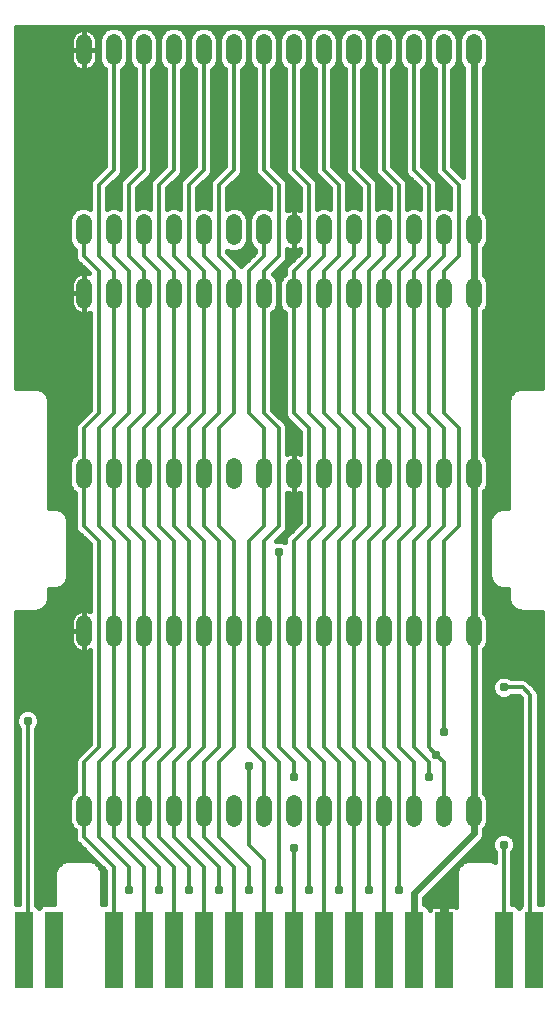
<source format=gtl>
G75*
%MOIN*%
%OFA0B0*%
%FSLAX24Y24*%
%IPPOS*%
%LPD*%
%AMOC8*
5,1,8,0,0,1.08239X$1,22.5*
%
%ADD10R,0.0600X0.2550*%
%ADD11C,0.0520*%
%ADD12C,0.0160*%
%ADD13C,0.0310*%
%ADD14C,0.0120*%
%ADD15C,0.0240*%
D10*
X000930Y003800D03*
X001930Y003800D03*
X003930Y003800D03*
X004930Y003800D03*
X005930Y003800D03*
X006930Y003800D03*
X007930Y003800D03*
X008930Y003800D03*
X009930Y003800D03*
X010930Y003800D03*
X011930Y003800D03*
X012930Y003800D03*
X013930Y003800D03*
X014930Y003800D03*
X016930Y003800D03*
X017930Y003800D03*
D11*
X015930Y008165D02*
X015930Y008685D01*
X014930Y008685D02*
X014930Y008165D01*
X013930Y008165D02*
X013930Y008685D01*
X012930Y008685D02*
X012930Y008165D01*
X011930Y008165D02*
X011930Y008685D01*
X010930Y008685D02*
X010930Y008165D01*
X009930Y008165D02*
X009930Y008685D01*
X008930Y008685D02*
X008930Y008165D01*
X007930Y008165D02*
X007930Y008685D01*
X006930Y008685D02*
X006930Y008165D01*
X005930Y008165D02*
X005930Y008685D01*
X004930Y008685D02*
X004930Y008165D01*
X003930Y008165D02*
X003930Y008685D01*
X002930Y008685D02*
X002930Y008165D01*
X002930Y014165D02*
X002930Y014685D01*
X003930Y014685D02*
X003930Y014165D01*
X004930Y014165D02*
X004930Y014685D01*
X005930Y014685D02*
X005930Y014165D01*
X006930Y014165D02*
X006930Y014685D01*
X007930Y014685D02*
X007930Y014165D01*
X008930Y014165D02*
X008930Y014685D01*
X009930Y014685D02*
X009930Y014165D01*
X010930Y014165D02*
X010930Y014685D01*
X011930Y014685D02*
X011930Y014165D01*
X012930Y014165D02*
X012930Y014685D01*
X013930Y014685D02*
X013930Y014165D01*
X014930Y014165D02*
X014930Y014685D01*
X015930Y014685D02*
X015930Y014165D01*
X015930Y019415D02*
X015930Y019935D01*
X014930Y019935D02*
X014930Y019415D01*
X013930Y019415D02*
X013930Y019935D01*
X012930Y019935D02*
X012930Y019415D01*
X011930Y019415D02*
X011930Y019935D01*
X010930Y019935D02*
X010930Y019415D01*
X009930Y019415D02*
X009930Y019935D01*
X008930Y019935D02*
X008930Y019415D01*
X007930Y019415D02*
X007930Y019935D01*
X006930Y019935D02*
X006930Y019415D01*
X005930Y019415D02*
X005930Y019935D01*
X004930Y019935D02*
X004930Y019415D01*
X003930Y019415D02*
X003930Y019935D01*
X002930Y019935D02*
X002930Y019415D01*
X002930Y025415D02*
X002930Y025935D01*
X003930Y025935D02*
X003930Y025415D01*
X004930Y025415D02*
X004930Y025935D01*
X004930Y027540D02*
X004930Y028060D01*
X003930Y028060D02*
X003930Y027540D01*
X002930Y027540D02*
X002930Y028060D01*
X005930Y028060D02*
X005930Y027540D01*
X006930Y027540D02*
X006930Y028060D01*
X007930Y028060D02*
X007930Y027540D01*
X007930Y025935D02*
X007930Y025415D01*
X006930Y025415D02*
X006930Y025935D01*
X005930Y025935D02*
X005930Y025415D01*
X008930Y025415D02*
X008930Y025935D01*
X009930Y025935D02*
X009930Y025415D01*
X010930Y025415D02*
X010930Y025935D01*
X011930Y025935D02*
X011930Y025415D01*
X012930Y025415D02*
X012930Y025935D01*
X013930Y025935D02*
X013930Y025415D01*
X014930Y025415D02*
X014930Y025935D01*
X015930Y025935D02*
X015930Y025415D01*
X015930Y027540D02*
X015930Y028060D01*
X014930Y028060D02*
X014930Y027540D01*
X013930Y027540D02*
X013930Y028060D01*
X012930Y028060D02*
X012930Y027540D01*
X011930Y027540D02*
X011930Y028060D01*
X010930Y028060D02*
X010930Y027540D01*
X009930Y027540D02*
X009930Y028060D01*
X008930Y028060D02*
X008930Y027540D01*
X008930Y033540D02*
X008930Y034060D01*
X009930Y034060D02*
X009930Y033540D01*
X010930Y033540D02*
X010930Y034060D01*
X011930Y034060D02*
X011930Y033540D01*
X012930Y033540D02*
X012930Y034060D01*
X013930Y034060D02*
X013930Y033540D01*
X014930Y033540D02*
X014930Y034060D01*
X015930Y034060D02*
X015930Y033540D01*
X007930Y033540D02*
X007930Y034060D01*
X006930Y034060D02*
X006930Y033540D01*
X005930Y033540D02*
X005930Y034060D01*
X004930Y034060D02*
X004930Y033540D01*
X003930Y033540D02*
X003930Y034060D01*
X002930Y034060D02*
X002930Y033540D01*
D12*
X002930Y033616D02*
X002930Y033616D01*
X002930Y033458D02*
X002930Y033458D01*
X002930Y033299D02*
X002930Y033299D01*
X002930Y033141D02*
X002930Y033141D01*
X002930Y033100D02*
X002965Y033100D01*
X003033Y033111D01*
X003099Y033132D01*
X003161Y033164D01*
X003217Y033204D01*
X003266Y033253D01*
X003306Y033309D01*
X003338Y033371D01*
X003359Y033437D01*
X003370Y033505D01*
X003370Y033800D01*
X003370Y034095D01*
X003359Y034163D01*
X003338Y034229D01*
X003306Y034291D01*
X003266Y034347D01*
X003217Y034396D01*
X003161Y034436D01*
X003099Y034468D01*
X003033Y034489D01*
X002965Y034500D01*
X002930Y034500D01*
X002930Y033800D01*
X002930Y033800D01*
X003370Y033800D01*
X002930Y033800D01*
X002930Y033800D01*
X002930Y033800D01*
X002490Y033800D01*
X002490Y034095D01*
X002501Y034163D01*
X002522Y034229D01*
X002554Y034291D01*
X002594Y034347D01*
X002643Y034396D01*
X002699Y034436D01*
X002761Y034468D01*
X002827Y034489D01*
X002895Y034500D01*
X002930Y034500D01*
X002930Y033800D01*
X002930Y033100D01*
X002930Y033800D01*
X002930Y033800D01*
X002490Y033800D01*
X002490Y033505D01*
X002501Y033437D01*
X002522Y033371D01*
X002554Y033309D01*
X002594Y033253D01*
X002643Y033204D01*
X002699Y033164D01*
X002761Y033132D01*
X002827Y033111D01*
X002895Y033100D01*
X002930Y033100D01*
X003115Y033141D02*
X003636Y033141D01*
X003640Y033137D02*
X003640Y029920D01*
X003266Y029546D01*
X003184Y029464D01*
X003140Y029358D01*
X003140Y028503D01*
X003027Y028550D01*
X002833Y028550D01*
X002652Y028475D01*
X002515Y028338D01*
X002440Y028157D01*
X002440Y027443D01*
X002515Y027262D01*
X002640Y027137D01*
X002640Y026867D01*
X002684Y026761D01*
X003105Y026339D01*
X003099Y026343D01*
X003033Y026364D01*
X002965Y026375D01*
X002930Y026375D01*
X002930Y025675D01*
X002930Y025675D01*
X002930Y024975D01*
X002965Y024975D01*
X003033Y024986D01*
X003099Y025007D01*
X003140Y025028D01*
X003140Y021795D01*
X002766Y021421D01*
X002684Y021339D01*
X002640Y021233D01*
X002640Y020338D01*
X002515Y020213D01*
X002440Y020032D01*
X002440Y019318D01*
X002515Y019137D01*
X002640Y019012D01*
X002640Y017867D01*
X002684Y017761D01*
X003140Y017305D01*
X003140Y015072D01*
X003099Y015093D01*
X003033Y015114D01*
X002965Y015125D01*
X002930Y015125D01*
X002930Y014425D01*
X002930Y014425D01*
X002930Y013725D01*
X002965Y013725D01*
X003033Y013736D01*
X003099Y013757D01*
X003140Y013778D01*
X003140Y010670D01*
X002766Y010296D01*
X002684Y010214D01*
X002640Y010108D01*
X002640Y009088D01*
X002515Y008963D01*
X002440Y008782D01*
X002440Y008068D01*
X002515Y007887D01*
X002640Y007762D01*
X002640Y007492D01*
X002684Y007386D01*
X002766Y007304D01*
X003640Y006430D01*
X003640Y005305D01*
X003535Y005305D01*
X003535Y006395D01*
X003462Y006572D01*
X003327Y006707D01*
X003150Y006780D01*
X002335Y006780D01*
X002158Y006707D01*
X002023Y006572D01*
X001950Y006395D01*
X001950Y005305D01*
X001535Y005305D01*
X001430Y005200D01*
X001345Y005285D01*
X001345Y011171D01*
X001381Y011207D01*
X001440Y011348D01*
X001440Y011502D01*
X001381Y011643D01*
X001273Y011751D01*
X001132Y011810D01*
X000978Y011810D01*
X000837Y011751D01*
X000729Y011643D01*
X000670Y011502D01*
X000670Y011348D01*
X000729Y011207D01*
X000765Y011171D01*
X000765Y005305D01*
X000660Y005305D01*
X000660Y015070D01*
X001400Y015070D01*
X001577Y015143D01*
X001712Y015278D01*
X001785Y015455D01*
X001785Y015820D01*
X002025Y015820D01*
X002202Y015893D01*
X002337Y016028D01*
X002410Y016205D01*
X002410Y018145D01*
X002337Y018322D01*
X002202Y018457D01*
X002025Y018530D01*
X001785Y018530D01*
X001785Y022145D01*
X001712Y022322D01*
X001577Y022457D01*
X001400Y022530D01*
X000660Y022530D01*
X000660Y034570D01*
X018200Y034570D01*
X018200Y022530D01*
X017460Y022530D01*
X017283Y022457D01*
X017148Y022322D01*
X017075Y022145D01*
X017075Y018530D01*
X016835Y018530D01*
X016658Y018457D01*
X016523Y018322D01*
X016450Y018145D01*
X016450Y016205D01*
X016523Y016028D01*
X016658Y015893D01*
X016835Y015820D01*
X017075Y015820D01*
X017075Y015455D01*
X017148Y015278D01*
X017283Y015143D01*
X017460Y015070D01*
X018200Y015070D01*
X018200Y005305D01*
X018095Y005305D01*
X018095Y012358D01*
X018051Y012464D01*
X017969Y012546D01*
X017719Y012796D01*
X017613Y012840D01*
X017184Y012840D01*
X017148Y012876D01*
X017007Y012935D01*
X016853Y012935D01*
X016712Y012876D01*
X016604Y012768D01*
X016545Y012627D01*
X016545Y012473D01*
X016604Y012332D01*
X016712Y012224D01*
X016853Y012165D01*
X017007Y012165D01*
X017148Y012224D01*
X017184Y012260D01*
X017435Y012260D01*
X017515Y012180D01*
X017515Y005285D01*
X017430Y005200D01*
X017325Y005305D01*
X017220Y005305D01*
X017220Y007046D01*
X017256Y007082D01*
X017315Y007223D01*
X017315Y007377D01*
X017256Y007518D01*
X017148Y007626D01*
X017007Y007685D01*
X016853Y007685D01*
X016712Y007626D01*
X016604Y007518D01*
X016545Y007377D01*
X016545Y007223D01*
X016604Y007082D01*
X016640Y007046D01*
X016640Y006733D01*
X016525Y006780D01*
X015710Y006780D01*
X015533Y006707D01*
X015398Y006572D01*
X015325Y006395D01*
X015325Y005228D01*
X015299Y005243D01*
X015254Y005255D01*
X015000Y005255D01*
X015000Y004800D01*
X014860Y004800D01*
X014860Y005255D01*
X014606Y005255D01*
X014561Y005243D01*
X014519Y005219D01*
X014486Y005186D01*
X014462Y005144D01*
X014460Y005136D01*
X014460Y005170D01*
X014325Y005305D01*
X014280Y005305D01*
X014280Y005530D01*
X016128Y007378D01*
X016128Y007378D01*
X016227Y007477D01*
X016280Y007605D01*
X016280Y007822D01*
X016345Y007887D01*
X016420Y008068D01*
X016420Y008782D01*
X016345Y008963D01*
X016280Y009028D01*
X016280Y013822D01*
X016345Y013887D01*
X016420Y014068D01*
X016420Y014782D01*
X016345Y014963D01*
X016280Y015028D01*
X016280Y019072D01*
X016345Y019137D01*
X016420Y019318D01*
X016420Y020032D01*
X016345Y020213D01*
X016280Y020278D01*
X016280Y025072D01*
X016345Y025137D01*
X016420Y025318D01*
X016420Y026032D01*
X016345Y026213D01*
X016280Y026278D01*
X016280Y027197D01*
X016345Y027262D01*
X016420Y027443D01*
X016420Y028157D01*
X016345Y028338D01*
X016280Y028403D01*
X016280Y033197D01*
X016345Y033262D01*
X016420Y033443D01*
X016420Y034157D01*
X016345Y034338D01*
X016208Y034475D01*
X016027Y034550D01*
X015833Y034550D01*
X015652Y034475D01*
X015515Y034338D01*
X015440Y034157D01*
X015440Y033443D01*
X015515Y033262D01*
X015580Y033197D01*
X015580Y029560D01*
X015220Y029920D01*
X015220Y033137D01*
X015345Y033262D01*
X015420Y033443D01*
X015420Y034157D01*
X015345Y034338D01*
X015208Y034475D01*
X015027Y034550D01*
X014833Y034550D01*
X014652Y034475D01*
X014515Y034338D01*
X014440Y034157D01*
X014440Y033443D01*
X014515Y033262D01*
X014640Y033137D01*
X014640Y029742D01*
X014684Y029636D01*
X014766Y029554D01*
X015140Y029180D01*
X015140Y028503D01*
X015027Y028550D01*
X014833Y028550D01*
X014720Y028503D01*
X014720Y029358D01*
X014676Y029464D01*
X014220Y029920D01*
X014220Y033137D01*
X014345Y033262D01*
X014420Y033443D01*
X014420Y034157D01*
X014345Y034338D01*
X014208Y034475D01*
X014027Y034550D01*
X013833Y034550D01*
X013652Y034475D01*
X013515Y034338D01*
X013440Y034157D01*
X013440Y033443D01*
X013515Y033262D01*
X013640Y033137D01*
X013640Y029742D01*
X013684Y029636D01*
X014140Y029180D01*
X014140Y028503D01*
X014027Y028550D01*
X013833Y028550D01*
X013720Y028503D01*
X013720Y029358D01*
X013676Y029464D01*
X013220Y029920D01*
X013220Y033137D01*
X013345Y033262D01*
X013420Y033443D01*
X013420Y034157D01*
X013345Y034338D01*
X013208Y034475D01*
X013027Y034550D01*
X012833Y034550D01*
X012652Y034475D01*
X012515Y034338D01*
X012440Y034157D01*
X012440Y033443D01*
X012515Y033262D01*
X012640Y033137D01*
X012640Y029742D01*
X012684Y029636D01*
X012766Y029554D01*
X013140Y029180D01*
X013140Y028503D01*
X013027Y028550D01*
X012833Y028550D01*
X012720Y028503D01*
X012720Y029358D01*
X012676Y029464D01*
X012220Y029920D01*
X012220Y033137D01*
X012345Y033262D01*
X012420Y033443D01*
X012420Y034157D01*
X012345Y034338D01*
X012208Y034475D01*
X012027Y034550D01*
X011833Y034550D01*
X011652Y034475D01*
X011515Y034338D01*
X011440Y034157D01*
X011440Y033443D01*
X011515Y033262D01*
X011640Y033137D01*
X011640Y029742D01*
X011684Y029636D01*
X011766Y029554D01*
X012140Y029180D01*
X012140Y028503D01*
X012027Y028550D01*
X011833Y028550D01*
X011720Y028503D01*
X011720Y029358D01*
X011676Y029464D01*
X011220Y029920D01*
X011220Y033137D01*
X011345Y033262D01*
X011420Y033443D01*
X011420Y034157D01*
X011345Y034338D01*
X011208Y034475D01*
X011027Y034550D01*
X010833Y034550D01*
X010652Y034475D01*
X010515Y034338D01*
X010440Y034157D01*
X010440Y033443D01*
X010515Y033262D01*
X010640Y033137D01*
X010640Y029742D01*
X010684Y029636D01*
X010766Y029554D01*
X011140Y029180D01*
X011140Y028503D01*
X011027Y028550D01*
X010833Y028550D01*
X010720Y028503D01*
X010720Y029358D01*
X010676Y029464D01*
X010220Y029920D01*
X010220Y033137D01*
X010345Y033262D01*
X010420Y033443D01*
X010420Y034157D01*
X010345Y034338D01*
X010208Y034475D01*
X010027Y034550D01*
X009833Y034550D01*
X009652Y034475D01*
X009515Y034338D01*
X009440Y034157D01*
X009440Y033443D01*
X009515Y033262D01*
X009640Y033137D01*
X009640Y029742D01*
X009684Y029636D01*
X009766Y029554D01*
X010140Y029180D01*
X010140Y028447D01*
X010099Y028468D01*
X010033Y028489D01*
X009965Y028500D01*
X009930Y028500D01*
X009930Y027800D01*
X009930Y027800D01*
X009930Y027100D01*
X009965Y027100D01*
X010033Y027111D01*
X010099Y027132D01*
X010140Y027153D01*
X010140Y027045D01*
X009684Y026589D01*
X009640Y026483D01*
X009640Y026338D01*
X009515Y026213D01*
X009440Y026032D01*
X009440Y025318D01*
X009515Y025137D01*
X009640Y025012D01*
X009640Y021617D01*
X009684Y021511D01*
X009766Y021429D01*
X010140Y021055D01*
X010140Y020322D01*
X010099Y020343D01*
X010033Y020364D01*
X009965Y020375D01*
X009930Y020375D01*
X009930Y019675D01*
X009930Y019675D01*
X009930Y020375D01*
X009895Y020375D01*
X009827Y020364D01*
X009761Y020343D01*
X009720Y020322D01*
X009720Y021233D01*
X009676Y021339D01*
X009220Y021795D01*
X009220Y025012D01*
X009345Y025137D01*
X009420Y025318D01*
X009420Y026032D01*
X009345Y026213D01*
X009237Y026321D01*
X009594Y026679D01*
X009676Y026761D01*
X009720Y026867D01*
X009720Y027153D01*
X009761Y027132D01*
X009827Y027111D01*
X009895Y027100D01*
X009930Y027100D01*
X009930Y027800D01*
X009930Y027800D01*
X009930Y028500D01*
X009895Y028500D01*
X009827Y028489D01*
X009761Y028468D01*
X009720Y028447D01*
X009720Y029358D01*
X009676Y029464D01*
X009220Y029920D01*
X009220Y033137D01*
X009345Y033262D01*
X009420Y033443D01*
X009420Y034157D01*
X009345Y034338D01*
X009208Y034475D01*
X009027Y034550D01*
X008833Y034550D01*
X008652Y034475D01*
X008515Y034338D01*
X008440Y034157D01*
X008440Y033443D01*
X008515Y033262D01*
X008640Y033137D01*
X008640Y029742D01*
X008684Y029636D01*
X008766Y029554D01*
X009140Y029180D01*
X009140Y028503D01*
X009027Y028550D01*
X008833Y028550D01*
X008652Y028475D01*
X008515Y028338D01*
X008440Y028157D01*
X008440Y027443D01*
X008515Y027262D01*
X008640Y027137D01*
X008640Y027045D01*
X008184Y026589D01*
X008180Y026579D01*
X008176Y026589D01*
X007720Y027045D01*
X007720Y027097D01*
X007833Y027050D01*
X008027Y027050D01*
X008208Y027125D01*
X008345Y027262D01*
X008420Y027443D01*
X008420Y028157D01*
X008345Y028338D01*
X008208Y028475D01*
X008027Y028550D01*
X007833Y028550D01*
X007720Y028503D01*
X007720Y029180D01*
X008094Y029554D01*
X008094Y029554D01*
X008176Y029636D01*
X008220Y029742D01*
X008220Y033137D01*
X008345Y033262D01*
X008420Y033443D01*
X008420Y034157D01*
X008345Y034338D01*
X008208Y034475D01*
X008027Y034550D01*
X007833Y034550D01*
X007652Y034475D01*
X007515Y034338D01*
X007440Y034157D01*
X007440Y033443D01*
X007515Y033262D01*
X007640Y033137D01*
X007640Y029920D01*
X007184Y029464D01*
X007140Y029358D01*
X007140Y028503D01*
X007027Y028550D01*
X006833Y028550D01*
X006720Y028503D01*
X006720Y029180D01*
X007176Y029636D01*
X007220Y029742D01*
X007220Y033137D01*
X007345Y033262D01*
X007420Y033443D01*
X007420Y034157D01*
X007345Y034338D01*
X007208Y034475D01*
X007027Y034550D01*
X006833Y034550D01*
X006652Y034475D01*
X006515Y034338D01*
X006440Y034157D01*
X006440Y033443D01*
X006515Y033262D01*
X006640Y033137D01*
X006640Y029920D01*
X006266Y029546D01*
X006184Y029464D01*
X006140Y029358D01*
X006140Y028503D01*
X006027Y028550D01*
X005833Y028550D01*
X005720Y028503D01*
X005720Y029180D01*
X006094Y029554D01*
X006176Y029636D01*
X006220Y029742D01*
X006220Y033137D01*
X006345Y033262D01*
X006420Y033443D01*
X006420Y034157D01*
X006345Y034338D01*
X006208Y034475D01*
X006027Y034550D01*
X005833Y034550D01*
X005652Y034475D01*
X005515Y034338D01*
X005440Y034157D01*
X005440Y033443D01*
X005515Y033262D01*
X005640Y033137D01*
X005640Y029920D01*
X005184Y029464D01*
X005140Y029358D01*
X005140Y028503D01*
X005027Y028550D01*
X004833Y028550D01*
X004720Y028503D01*
X004720Y029180D01*
X005094Y029554D01*
X005176Y029636D01*
X005220Y029742D01*
X005220Y033137D01*
X005345Y033262D01*
X005420Y033443D01*
X005420Y034157D01*
X005345Y034338D01*
X005208Y034475D01*
X005027Y034550D01*
X004833Y034550D01*
X004652Y034475D01*
X004515Y034338D01*
X004440Y034157D01*
X004440Y033443D01*
X004515Y033262D01*
X004640Y033137D01*
X004640Y029920D01*
X004184Y029464D01*
X004140Y029358D01*
X004140Y028503D01*
X004027Y028550D01*
X003833Y028550D01*
X003720Y028503D01*
X003720Y029180D01*
X004176Y029636D01*
X004220Y029742D01*
X004220Y033137D01*
X004345Y033262D01*
X004420Y033443D01*
X004420Y034157D01*
X004345Y034338D01*
X004208Y034475D01*
X004027Y034550D01*
X003833Y034550D01*
X003652Y034475D01*
X003515Y034338D01*
X003440Y034157D01*
X003440Y033443D01*
X003515Y033262D01*
X003640Y033137D01*
X003640Y032982D02*
X000660Y032982D01*
X000660Y032824D02*
X003640Y032824D01*
X003640Y032665D02*
X000660Y032665D01*
X000660Y032507D02*
X003640Y032507D01*
X003640Y032348D02*
X000660Y032348D01*
X000660Y032190D02*
X003640Y032190D01*
X003640Y032031D02*
X000660Y032031D01*
X000660Y031873D02*
X003640Y031873D01*
X003640Y031714D02*
X000660Y031714D01*
X000660Y031556D02*
X003640Y031556D01*
X003640Y031397D02*
X000660Y031397D01*
X000660Y031239D02*
X003640Y031239D01*
X003640Y031080D02*
X000660Y031080D01*
X000660Y030922D02*
X003640Y030922D01*
X003640Y030763D02*
X000660Y030763D01*
X000660Y030605D02*
X003640Y030605D01*
X003640Y030446D02*
X000660Y030446D01*
X000660Y030288D02*
X003640Y030288D01*
X003640Y030129D02*
X000660Y030129D01*
X000660Y029971D02*
X003640Y029971D01*
X003532Y029812D02*
X000660Y029812D01*
X000660Y029654D02*
X003373Y029654D01*
X003215Y029495D02*
X000660Y029495D01*
X000660Y029337D02*
X003140Y029337D01*
X003140Y029178D02*
X000660Y029178D01*
X000660Y029020D02*
X003140Y029020D01*
X003140Y028861D02*
X000660Y028861D01*
X000660Y028703D02*
X003140Y028703D01*
X003140Y028544D02*
X003042Y028544D01*
X002818Y028544D02*
X000660Y028544D01*
X000660Y028386D02*
X002563Y028386D01*
X002469Y028227D02*
X000660Y028227D01*
X000660Y028069D02*
X002440Y028069D01*
X002440Y027910D02*
X000660Y027910D01*
X000660Y027752D02*
X002440Y027752D01*
X002440Y027593D02*
X000660Y027593D01*
X000660Y027435D02*
X002443Y027435D01*
X002509Y027276D02*
X000660Y027276D01*
X000660Y027118D02*
X002640Y027118D01*
X002640Y026959D02*
X000660Y026959D01*
X000660Y026801D02*
X002668Y026801D01*
X002803Y026642D02*
X000660Y026642D01*
X000660Y026484D02*
X002961Y026484D01*
X002930Y026375D02*
X002895Y026375D01*
X002827Y026364D01*
X002761Y026343D01*
X002699Y026311D01*
X002643Y026271D01*
X002594Y026222D01*
X002554Y026166D01*
X002522Y026104D01*
X002501Y026038D01*
X002490Y025970D01*
X002490Y025675D01*
X002930Y025675D01*
X002930Y025675D01*
X002930Y025675D01*
X002930Y026375D01*
X002930Y026325D02*
X002930Y026325D01*
X002930Y026167D02*
X002930Y026167D01*
X002930Y026008D02*
X002930Y026008D01*
X002930Y025850D02*
X002930Y025850D01*
X002930Y025691D02*
X002930Y025691D01*
X002930Y025675D02*
X002490Y025675D01*
X002490Y025380D01*
X002501Y025312D01*
X002522Y025246D01*
X002554Y025184D01*
X002594Y025128D01*
X002643Y025079D01*
X002699Y025039D01*
X002761Y025007D01*
X002827Y024986D01*
X002895Y024975D01*
X002930Y024975D01*
X002930Y025675D01*
X002930Y025533D02*
X002930Y025533D01*
X002930Y025374D02*
X002930Y025374D01*
X002930Y025216D02*
X002930Y025216D01*
X002930Y025057D02*
X002930Y025057D01*
X002674Y025057D02*
X000660Y025057D01*
X000660Y024899D02*
X003140Y024899D01*
X003140Y024740D02*
X000660Y024740D01*
X000660Y024582D02*
X003140Y024582D01*
X003140Y024423D02*
X000660Y024423D01*
X000660Y024265D02*
X003140Y024265D01*
X003140Y024106D02*
X000660Y024106D01*
X000660Y023948D02*
X003140Y023948D01*
X003140Y023789D02*
X000660Y023789D01*
X000660Y023631D02*
X003140Y023631D01*
X003140Y023472D02*
X000660Y023472D01*
X000660Y023314D02*
X003140Y023314D01*
X003140Y023155D02*
X000660Y023155D01*
X000660Y022997D02*
X003140Y022997D01*
X003140Y022838D02*
X000660Y022838D01*
X000660Y022680D02*
X003140Y022680D01*
X003140Y022521D02*
X001422Y022521D01*
X001671Y022363D02*
X003140Y022363D01*
X003140Y022204D02*
X001761Y022204D01*
X001785Y022046D02*
X003140Y022046D01*
X003140Y021887D02*
X001785Y021887D01*
X001785Y021729D02*
X003073Y021729D01*
X002915Y021570D02*
X001785Y021570D01*
X001785Y021412D02*
X002756Y021412D01*
X002648Y021253D02*
X001785Y021253D01*
X001785Y021095D02*
X002640Y021095D01*
X002640Y020936D02*
X001785Y020936D01*
X001785Y020778D02*
X002640Y020778D01*
X002640Y020619D02*
X001785Y020619D01*
X001785Y020461D02*
X002640Y020461D01*
X002604Y020302D02*
X001785Y020302D01*
X001785Y020144D02*
X002486Y020144D01*
X002440Y019985D02*
X001785Y019985D01*
X001785Y019827D02*
X002440Y019827D01*
X002440Y019668D02*
X001785Y019668D01*
X001785Y019510D02*
X002440Y019510D01*
X002440Y019351D02*
X001785Y019351D01*
X001785Y019193D02*
X002492Y019193D01*
X002618Y019034D02*
X001785Y019034D01*
X001785Y018876D02*
X002640Y018876D01*
X002640Y018717D02*
X001785Y018717D01*
X001785Y018559D02*
X002640Y018559D01*
X002640Y018400D02*
X002259Y018400D01*
X002370Y018242D02*
X002640Y018242D01*
X002640Y018083D02*
X002410Y018083D01*
X002410Y017925D02*
X002640Y017925D01*
X002682Y017766D02*
X002410Y017766D01*
X002410Y017608D02*
X002837Y017608D01*
X002996Y017449D02*
X002410Y017449D01*
X002410Y017291D02*
X003140Y017291D01*
X003140Y017132D02*
X002410Y017132D01*
X002410Y016974D02*
X003140Y016974D01*
X003140Y016815D02*
X002410Y016815D01*
X002410Y016657D02*
X003140Y016657D01*
X003140Y016498D02*
X002410Y016498D01*
X002410Y016340D02*
X003140Y016340D01*
X003140Y016181D02*
X002400Y016181D01*
X002331Y016023D02*
X003140Y016023D01*
X003140Y015864D02*
X002132Y015864D01*
X001785Y015706D02*
X003140Y015706D01*
X003140Y015547D02*
X001785Y015547D01*
X001758Y015389D02*
X003140Y015389D01*
X003140Y015230D02*
X001664Y015230D01*
X001404Y015072D02*
X002719Y015072D01*
X002699Y015061D02*
X002643Y015021D01*
X002594Y014972D01*
X002554Y014916D01*
X002522Y014854D01*
X002501Y014788D01*
X002490Y014720D01*
X002490Y014425D01*
X002930Y014425D01*
X002930Y014425D01*
X002930Y014425D01*
X002930Y015125D01*
X002895Y015125D01*
X002827Y015114D01*
X002761Y015093D01*
X002699Y015061D01*
X002552Y014913D02*
X000660Y014913D01*
X000660Y014755D02*
X002496Y014755D01*
X002490Y014596D02*
X000660Y014596D01*
X000660Y014438D02*
X002490Y014438D01*
X002490Y014425D02*
X002490Y014130D01*
X002501Y014062D01*
X002522Y013996D01*
X002554Y013934D01*
X002594Y013878D01*
X002643Y013829D01*
X002699Y013789D01*
X002761Y013757D01*
X002827Y013736D01*
X002895Y013725D01*
X002930Y013725D01*
X002930Y014425D01*
X002490Y014425D01*
X002490Y014279D02*
X000660Y014279D01*
X000660Y014121D02*
X002492Y014121D01*
X002540Y013962D02*
X000660Y013962D01*
X000660Y013804D02*
X002679Y013804D01*
X002930Y013804D02*
X002930Y013804D01*
X002930Y013962D02*
X002930Y013962D01*
X002930Y014121D02*
X002930Y014121D01*
X002930Y014279D02*
X002930Y014279D01*
X002930Y014438D02*
X002930Y014438D01*
X002930Y014596D02*
X002930Y014596D01*
X002930Y014755D02*
X002930Y014755D01*
X002930Y014913D02*
X002930Y014913D01*
X002930Y015072D02*
X002930Y015072D01*
X003140Y013645D02*
X000660Y013645D01*
X000660Y013487D02*
X003140Y013487D01*
X003140Y013328D02*
X000660Y013328D01*
X000660Y013170D02*
X003140Y013170D01*
X003140Y013011D02*
X000660Y013011D01*
X000660Y012853D02*
X003140Y012853D01*
X003140Y012694D02*
X000660Y012694D01*
X000660Y012536D02*
X003140Y012536D01*
X003140Y012377D02*
X000660Y012377D01*
X000660Y012219D02*
X003140Y012219D01*
X003140Y012060D02*
X000660Y012060D01*
X000660Y011902D02*
X003140Y011902D01*
X003140Y011743D02*
X001281Y011743D01*
X001406Y011585D02*
X003140Y011585D01*
X003140Y011426D02*
X001440Y011426D01*
X001406Y011268D02*
X003140Y011268D01*
X003140Y011109D02*
X001345Y011109D01*
X001345Y010951D02*
X003140Y010951D01*
X003140Y010792D02*
X001345Y010792D01*
X001345Y010634D02*
X003103Y010634D01*
X002945Y010475D02*
X001345Y010475D01*
X001345Y010317D02*
X002786Y010317D01*
X002661Y010158D02*
X001345Y010158D01*
X001345Y010000D02*
X002640Y010000D01*
X002640Y009841D02*
X001345Y009841D01*
X001345Y009683D02*
X002640Y009683D01*
X002640Y009524D02*
X001345Y009524D01*
X001345Y009366D02*
X002640Y009366D01*
X002640Y009207D02*
X001345Y009207D01*
X001345Y009049D02*
X002601Y009049D01*
X002485Y008890D02*
X001345Y008890D01*
X001345Y008732D02*
X002440Y008732D01*
X002440Y008573D02*
X001345Y008573D01*
X001345Y008415D02*
X002440Y008415D01*
X002440Y008256D02*
X001345Y008256D01*
X001345Y008098D02*
X002440Y008098D01*
X002493Y007939D02*
X001345Y007939D01*
X001345Y007781D02*
X002622Y007781D01*
X002640Y007622D02*
X001345Y007622D01*
X001345Y007464D02*
X002652Y007464D01*
X002765Y007305D02*
X001345Y007305D01*
X001345Y007147D02*
X002923Y007147D01*
X003082Y006988D02*
X001345Y006988D01*
X001345Y006830D02*
X003240Y006830D01*
X003363Y006671D02*
X003399Y006671D01*
X003487Y006513D02*
X003557Y006513D01*
X003535Y006354D02*
X003640Y006354D01*
X003640Y006196D02*
X003535Y006196D01*
X003535Y006037D02*
X003640Y006037D01*
X003640Y005879D02*
X003535Y005879D01*
X003535Y005720D02*
X003640Y005720D01*
X003640Y005562D02*
X003535Y005562D01*
X003535Y005403D02*
X003640Y005403D01*
X002122Y006671D02*
X001345Y006671D01*
X001345Y006513D02*
X001998Y006513D01*
X001950Y006354D02*
X001345Y006354D01*
X001345Y006196D02*
X001950Y006196D01*
X001950Y006037D02*
X001345Y006037D01*
X001345Y005879D02*
X001950Y005879D01*
X001950Y005720D02*
X001345Y005720D01*
X001345Y005562D02*
X001950Y005562D01*
X001950Y005403D02*
X001345Y005403D01*
X001386Y005245D02*
X001474Y005245D01*
X000765Y005403D02*
X000660Y005403D01*
X000660Y005562D02*
X000765Y005562D01*
X000765Y005720D02*
X000660Y005720D01*
X000660Y005879D02*
X000765Y005879D01*
X000765Y006037D02*
X000660Y006037D01*
X000660Y006196D02*
X000765Y006196D01*
X000765Y006354D02*
X000660Y006354D01*
X000660Y006513D02*
X000765Y006513D01*
X000765Y006671D02*
X000660Y006671D01*
X000660Y006830D02*
X000765Y006830D01*
X000765Y006988D02*
X000660Y006988D01*
X000660Y007147D02*
X000765Y007147D01*
X000765Y007305D02*
X000660Y007305D01*
X000660Y007464D02*
X000765Y007464D01*
X000765Y007622D02*
X000660Y007622D01*
X000660Y007781D02*
X000765Y007781D01*
X000765Y007939D02*
X000660Y007939D01*
X000660Y008098D02*
X000765Y008098D01*
X000765Y008256D02*
X000660Y008256D01*
X000660Y008415D02*
X000765Y008415D01*
X000765Y008573D02*
X000660Y008573D01*
X000660Y008732D02*
X000765Y008732D01*
X000765Y008890D02*
X000660Y008890D01*
X000660Y009049D02*
X000765Y009049D01*
X000765Y009207D02*
X000660Y009207D01*
X000660Y009366D02*
X000765Y009366D01*
X000765Y009524D02*
X000660Y009524D01*
X000660Y009683D02*
X000765Y009683D01*
X000765Y009841D02*
X000660Y009841D01*
X000660Y010000D02*
X000765Y010000D01*
X000765Y010158D02*
X000660Y010158D01*
X000660Y010317D02*
X000765Y010317D01*
X000765Y010475D02*
X000660Y010475D01*
X000660Y010634D02*
X000765Y010634D01*
X000765Y010792D02*
X000660Y010792D01*
X000660Y010951D02*
X000765Y010951D01*
X000765Y011109D02*
X000660Y011109D01*
X000660Y011268D02*
X000704Y011268D01*
X000670Y011426D02*
X000660Y011426D01*
X000660Y011585D02*
X000704Y011585D01*
X000660Y011743D02*
X000829Y011743D01*
X000660Y025216D02*
X002538Y025216D01*
X002491Y025374D02*
X000660Y025374D01*
X000660Y025533D02*
X002490Y025533D01*
X002490Y025691D02*
X000660Y025691D01*
X000660Y025850D02*
X002490Y025850D01*
X002496Y026008D02*
X000660Y026008D01*
X000660Y026167D02*
X002554Y026167D01*
X002726Y026325D02*
X000660Y026325D01*
X003720Y028544D02*
X003818Y028544D01*
X003720Y028703D02*
X004140Y028703D01*
X004140Y028861D02*
X003720Y028861D01*
X003720Y029020D02*
X004140Y029020D01*
X004140Y029178D02*
X003720Y029178D01*
X003877Y029337D02*
X004140Y029337D01*
X004215Y029495D02*
X004035Y029495D01*
X004183Y029654D02*
X004373Y029654D01*
X004220Y029812D02*
X004532Y029812D01*
X004640Y029971D02*
X004220Y029971D01*
X004220Y030129D02*
X004640Y030129D01*
X004640Y030288D02*
X004220Y030288D01*
X004220Y030446D02*
X004640Y030446D01*
X004640Y030605D02*
X004220Y030605D01*
X004220Y030763D02*
X004640Y030763D01*
X004640Y030922D02*
X004220Y030922D01*
X004220Y031080D02*
X004640Y031080D01*
X004640Y031239D02*
X004220Y031239D01*
X004220Y031397D02*
X004640Y031397D01*
X004640Y031556D02*
X004220Y031556D01*
X004220Y031714D02*
X004640Y031714D01*
X004640Y031873D02*
X004220Y031873D01*
X004220Y032031D02*
X004640Y032031D01*
X004640Y032190D02*
X004220Y032190D01*
X004220Y032348D02*
X004640Y032348D01*
X004640Y032507D02*
X004220Y032507D01*
X004220Y032665D02*
X004640Y032665D01*
X004640Y032824D02*
X004220Y032824D01*
X004220Y032982D02*
X004640Y032982D01*
X004636Y033141D02*
X004224Y033141D01*
X004361Y033299D02*
X004499Y033299D01*
X004440Y033458D02*
X004420Y033458D01*
X004420Y033616D02*
X004440Y033616D01*
X004440Y033775D02*
X004420Y033775D01*
X004420Y033933D02*
X004440Y033933D01*
X004440Y034092D02*
X004420Y034092D01*
X004382Y034250D02*
X004478Y034250D01*
X004586Y034409D02*
X004274Y034409D01*
X003586Y034409D02*
X003199Y034409D01*
X003327Y034250D02*
X003478Y034250D01*
X003440Y034092D02*
X003370Y034092D01*
X003370Y033933D02*
X003440Y033933D01*
X003440Y033775D02*
X003370Y033775D01*
X003370Y033616D02*
X003440Y033616D01*
X003440Y033458D02*
X003362Y033458D01*
X003299Y033299D02*
X003499Y033299D01*
X002930Y033775D02*
X002930Y033775D01*
X002930Y033933D02*
X002930Y033933D01*
X002930Y034092D02*
X002930Y034092D01*
X002930Y034250D02*
X002930Y034250D01*
X002930Y034409D02*
X002930Y034409D01*
X002661Y034409D02*
X000660Y034409D01*
X000660Y034567D02*
X018200Y034567D01*
X018200Y034409D02*
X016274Y034409D01*
X016382Y034250D02*
X018200Y034250D01*
X018200Y034092D02*
X016420Y034092D01*
X016420Y033933D02*
X018200Y033933D01*
X018200Y033775D02*
X016420Y033775D01*
X016420Y033616D02*
X018200Y033616D01*
X018200Y033458D02*
X016420Y033458D01*
X016361Y033299D02*
X018200Y033299D01*
X018200Y033141D02*
X016280Y033141D01*
X016280Y032982D02*
X018200Y032982D01*
X018200Y032824D02*
X016280Y032824D01*
X016280Y032665D02*
X018200Y032665D01*
X018200Y032507D02*
X016280Y032507D01*
X016280Y032348D02*
X018200Y032348D01*
X018200Y032190D02*
X016280Y032190D01*
X016280Y032031D02*
X018200Y032031D01*
X018200Y031873D02*
X016280Y031873D01*
X016280Y031714D02*
X018200Y031714D01*
X018200Y031556D02*
X016280Y031556D01*
X016280Y031397D02*
X018200Y031397D01*
X018200Y031239D02*
X016280Y031239D01*
X016280Y031080D02*
X018200Y031080D01*
X018200Y030922D02*
X016280Y030922D01*
X016280Y030763D02*
X018200Y030763D01*
X018200Y030605D02*
X016280Y030605D01*
X016280Y030446D02*
X018200Y030446D01*
X018200Y030288D02*
X016280Y030288D01*
X016280Y030129D02*
X018200Y030129D01*
X018200Y029971D02*
X016280Y029971D01*
X016280Y029812D02*
X018200Y029812D01*
X018200Y029654D02*
X016280Y029654D01*
X016280Y029495D02*
X018200Y029495D01*
X018200Y029337D02*
X016280Y029337D01*
X016280Y029178D02*
X018200Y029178D01*
X018200Y029020D02*
X016280Y029020D01*
X016280Y028861D02*
X018200Y028861D01*
X018200Y028703D02*
X016280Y028703D01*
X016280Y028544D02*
X018200Y028544D01*
X018200Y028386D02*
X016297Y028386D01*
X016391Y028227D02*
X018200Y028227D01*
X018200Y028069D02*
X016420Y028069D01*
X016420Y027910D02*
X018200Y027910D01*
X018200Y027752D02*
X016420Y027752D01*
X016420Y027593D02*
X018200Y027593D01*
X018200Y027435D02*
X016417Y027435D01*
X016351Y027276D02*
X018200Y027276D01*
X018200Y027118D02*
X016280Y027118D01*
X016280Y026959D02*
X018200Y026959D01*
X018200Y026801D02*
X016280Y026801D01*
X016280Y026642D02*
X018200Y026642D01*
X018200Y026484D02*
X016280Y026484D01*
X016280Y026325D02*
X018200Y026325D01*
X018200Y026167D02*
X016364Y026167D01*
X016420Y026008D02*
X018200Y026008D01*
X018200Y025850D02*
X016420Y025850D01*
X016420Y025691D02*
X018200Y025691D01*
X018200Y025533D02*
X016420Y025533D01*
X016420Y025374D02*
X018200Y025374D01*
X018200Y025216D02*
X016378Y025216D01*
X016280Y025057D02*
X018200Y025057D01*
X018200Y024899D02*
X016280Y024899D01*
X016280Y024740D02*
X018200Y024740D01*
X018200Y024582D02*
X016280Y024582D01*
X016280Y024423D02*
X018200Y024423D01*
X018200Y024265D02*
X016280Y024265D01*
X016280Y024106D02*
X018200Y024106D01*
X018200Y023948D02*
X016280Y023948D01*
X016280Y023789D02*
X018200Y023789D01*
X018200Y023631D02*
X016280Y023631D01*
X016280Y023472D02*
X018200Y023472D01*
X018200Y023314D02*
X016280Y023314D01*
X016280Y023155D02*
X018200Y023155D01*
X018200Y022997D02*
X016280Y022997D01*
X016280Y022838D02*
X018200Y022838D01*
X018200Y022680D02*
X016280Y022680D01*
X016280Y022521D02*
X017438Y022521D01*
X017189Y022363D02*
X016280Y022363D01*
X016280Y022204D02*
X017099Y022204D01*
X017075Y022046D02*
X016280Y022046D01*
X016280Y021887D02*
X017075Y021887D01*
X017075Y021729D02*
X016280Y021729D01*
X016280Y021570D02*
X017075Y021570D01*
X017075Y021412D02*
X016280Y021412D01*
X016280Y021253D02*
X017075Y021253D01*
X017075Y021095D02*
X016280Y021095D01*
X016280Y020936D02*
X017075Y020936D01*
X017075Y020778D02*
X016280Y020778D01*
X016280Y020619D02*
X017075Y020619D01*
X017075Y020461D02*
X016280Y020461D01*
X016280Y020302D02*
X017075Y020302D01*
X017075Y020144D02*
X016374Y020144D01*
X016420Y019985D02*
X017075Y019985D01*
X017075Y019827D02*
X016420Y019827D01*
X016420Y019668D02*
X017075Y019668D01*
X017075Y019510D02*
X016420Y019510D01*
X016420Y019351D02*
X017075Y019351D01*
X017075Y019193D02*
X016368Y019193D01*
X016280Y019034D02*
X017075Y019034D01*
X017075Y018876D02*
X016280Y018876D01*
X016280Y018717D02*
X017075Y018717D01*
X017075Y018559D02*
X016280Y018559D01*
X016280Y018400D02*
X016601Y018400D01*
X016490Y018242D02*
X016280Y018242D01*
X016280Y018083D02*
X016450Y018083D01*
X016450Y017925D02*
X016280Y017925D01*
X016280Y017766D02*
X016450Y017766D01*
X016450Y017608D02*
X016280Y017608D01*
X016280Y017449D02*
X016450Y017449D01*
X016450Y017291D02*
X016280Y017291D01*
X016280Y017132D02*
X016450Y017132D01*
X016450Y016974D02*
X016280Y016974D01*
X016280Y016815D02*
X016450Y016815D01*
X016450Y016657D02*
X016280Y016657D01*
X016280Y016498D02*
X016450Y016498D01*
X016450Y016340D02*
X016280Y016340D01*
X016280Y016181D02*
X016460Y016181D01*
X016529Y016023D02*
X016280Y016023D01*
X016280Y015864D02*
X016728Y015864D01*
X017075Y015706D02*
X016280Y015706D01*
X016280Y015547D02*
X017075Y015547D01*
X017102Y015389D02*
X016280Y015389D01*
X016280Y015230D02*
X017196Y015230D01*
X017456Y015072D02*
X016280Y015072D01*
X016366Y014913D02*
X018200Y014913D01*
X018200Y014755D02*
X016420Y014755D01*
X016420Y014596D02*
X018200Y014596D01*
X018200Y014438D02*
X016420Y014438D01*
X016420Y014279D02*
X018200Y014279D01*
X018200Y014121D02*
X016420Y014121D01*
X016376Y013962D02*
X018200Y013962D01*
X018200Y013804D02*
X016280Y013804D01*
X016280Y013645D02*
X018200Y013645D01*
X018200Y013487D02*
X016280Y013487D01*
X016280Y013328D02*
X018200Y013328D01*
X018200Y013170D02*
X016280Y013170D01*
X016280Y013011D02*
X018200Y013011D01*
X018200Y012853D02*
X017172Y012853D01*
X017136Y012219D02*
X017476Y012219D01*
X017515Y012060D02*
X016280Y012060D01*
X016280Y011902D02*
X017515Y011902D01*
X017515Y011743D02*
X016280Y011743D01*
X016280Y011585D02*
X017515Y011585D01*
X017515Y011426D02*
X016280Y011426D01*
X016280Y011268D02*
X017515Y011268D01*
X017515Y011109D02*
X016280Y011109D01*
X016280Y010951D02*
X017515Y010951D01*
X017515Y010792D02*
X016280Y010792D01*
X016280Y010634D02*
X017515Y010634D01*
X017515Y010475D02*
X016280Y010475D01*
X016280Y010317D02*
X017515Y010317D01*
X017515Y010158D02*
X016280Y010158D01*
X016280Y010000D02*
X017515Y010000D01*
X017515Y009841D02*
X016280Y009841D01*
X016280Y009683D02*
X017515Y009683D01*
X017515Y009524D02*
X016280Y009524D01*
X016280Y009366D02*
X017515Y009366D01*
X017515Y009207D02*
X016280Y009207D01*
X016280Y009049D02*
X017515Y009049D01*
X017515Y008890D02*
X016375Y008890D01*
X016420Y008732D02*
X017515Y008732D01*
X017515Y008573D02*
X016420Y008573D01*
X016420Y008415D02*
X017515Y008415D01*
X017515Y008256D02*
X016420Y008256D01*
X016420Y008098D02*
X017515Y008098D01*
X017515Y007939D02*
X016367Y007939D01*
X016280Y007781D02*
X017515Y007781D01*
X017515Y007622D02*
X017152Y007622D01*
X017279Y007464D02*
X017515Y007464D01*
X017515Y007305D02*
X017315Y007305D01*
X017283Y007147D02*
X017515Y007147D01*
X017515Y006988D02*
X017220Y006988D01*
X017220Y006830D02*
X017515Y006830D01*
X017515Y006671D02*
X017220Y006671D01*
X017220Y006513D02*
X017515Y006513D01*
X017515Y006354D02*
X017220Y006354D01*
X017220Y006196D02*
X017515Y006196D01*
X017515Y006037D02*
X017220Y006037D01*
X017220Y005879D02*
X017515Y005879D01*
X017515Y005720D02*
X017220Y005720D01*
X017220Y005562D02*
X017515Y005562D01*
X017515Y005403D02*
X017220Y005403D01*
X017386Y005245D02*
X017474Y005245D01*
X018095Y005403D02*
X018200Y005403D01*
X018200Y005562D02*
X018095Y005562D01*
X018095Y005720D02*
X018200Y005720D01*
X018200Y005879D02*
X018095Y005879D01*
X018095Y006037D02*
X018200Y006037D01*
X018200Y006196D02*
X018095Y006196D01*
X018095Y006354D02*
X018200Y006354D01*
X018200Y006513D02*
X018095Y006513D01*
X018095Y006671D02*
X018200Y006671D01*
X018200Y006830D02*
X018095Y006830D01*
X018095Y006988D02*
X018200Y006988D01*
X018200Y007147D02*
X018095Y007147D01*
X018095Y007305D02*
X018200Y007305D01*
X018200Y007464D02*
X018095Y007464D01*
X018095Y007622D02*
X018200Y007622D01*
X018200Y007781D02*
X018095Y007781D01*
X018095Y007939D02*
X018200Y007939D01*
X018200Y008098D02*
X018095Y008098D01*
X018095Y008256D02*
X018200Y008256D01*
X018200Y008415D02*
X018095Y008415D01*
X018095Y008573D02*
X018200Y008573D01*
X018200Y008732D02*
X018095Y008732D01*
X018095Y008890D02*
X018200Y008890D01*
X018200Y009049D02*
X018095Y009049D01*
X018095Y009207D02*
X018200Y009207D01*
X018200Y009366D02*
X018095Y009366D01*
X018095Y009524D02*
X018200Y009524D01*
X018200Y009683D02*
X018095Y009683D01*
X018095Y009841D02*
X018200Y009841D01*
X018200Y010000D02*
X018095Y010000D01*
X018095Y010158D02*
X018200Y010158D01*
X018200Y010317D02*
X018095Y010317D01*
X018095Y010475D02*
X018200Y010475D01*
X018200Y010634D02*
X018095Y010634D01*
X018095Y010792D02*
X018200Y010792D01*
X018200Y010951D02*
X018095Y010951D01*
X018095Y011109D02*
X018200Y011109D01*
X018200Y011268D02*
X018095Y011268D01*
X018095Y011426D02*
X018200Y011426D01*
X018200Y011585D02*
X018095Y011585D01*
X018095Y011743D02*
X018200Y011743D01*
X018200Y011902D02*
X018095Y011902D01*
X018095Y012060D02*
X018200Y012060D01*
X018200Y012219D02*
X018095Y012219D01*
X018087Y012377D02*
X018200Y012377D01*
X018200Y012536D02*
X017980Y012536D01*
X017821Y012694D02*
X018200Y012694D01*
X016724Y012219D02*
X016280Y012219D01*
X016280Y012377D02*
X016585Y012377D01*
X016545Y012536D02*
X016280Y012536D01*
X016280Y012694D02*
X016573Y012694D01*
X016688Y012853D02*
X016280Y012853D01*
X016280Y007622D02*
X016708Y007622D01*
X016581Y007464D02*
X016213Y007464D01*
X016055Y007305D02*
X016545Y007305D01*
X016577Y007147D02*
X015896Y007147D01*
X015738Y006988D02*
X016640Y006988D01*
X016640Y006830D02*
X015579Y006830D01*
X015497Y006671D02*
X015421Y006671D01*
X015373Y006513D02*
X015262Y006513D01*
X015325Y006354D02*
X015104Y006354D01*
X014945Y006196D02*
X015325Y006196D01*
X015325Y006037D02*
X014787Y006037D01*
X014628Y005879D02*
X015325Y005879D01*
X015325Y005720D02*
X014470Y005720D01*
X014311Y005562D02*
X015325Y005562D01*
X015325Y005403D02*
X014280Y005403D01*
X014386Y005245D02*
X014567Y005245D01*
X014860Y005245D02*
X015000Y005245D01*
X015000Y005086D02*
X014860Y005086D01*
X014860Y004928D02*
X015000Y004928D01*
X015293Y005245D02*
X015325Y005245D01*
X009640Y017380D02*
X009507Y017435D01*
X009353Y017435D01*
X009348Y017433D01*
X009594Y017679D01*
X009676Y017761D01*
X009720Y017867D01*
X009720Y019028D01*
X009761Y019007D01*
X009827Y018986D01*
X009895Y018975D01*
X009930Y018975D01*
X009965Y018975D01*
X010033Y018986D01*
X010099Y019007D01*
X010140Y019028D01*
X010140Y018045D01*
X009684Y017589D01*
X009640Y017483D01*
X009640Y017380D01*
X009640Y017449D02*
X009364Y017449D01*
X009523Y017608D02*
X009702Y017608D01*
X009678Y017766D02*
X009861Y017766D01*
X009720Y017925D02*
X010019Y017925D01*
X010140Y018083D02*
X009720Y018083D01*
X009720Y018242D02*
X010140Y018242D01*
X010140Y018400D02*
X009720Y018400D01*
X009720Y018559D02*
X010140Y018559D01*
X010140Y018717D02*
X009720Y018717D01*
X009720Y018876D02*
X010140Y018876D01*
X009930Y018975D02*
X009930Y019675D01*
X009930Y019675D01*
X009930Y018975D01*
X009930Y019034D02*
X009930Y019034D01*
X009930Y019193D02*
X009930Y019193D01*
X009930Y019351D02*
X009930Y019351D01*
X009930Y019510D02*
X009930Y019510D01*
X009930Y019668D02*
X009930Y019668D01*
X009930Y019827D02*
X009930Y019827D01*
X009930Y019985D02*
X009930Y019985D01*
X009930Y020144D02*
X009930Y020144D01*
X009930Y020302D02*
X009930Y020302D01*
X009720Y020461D02*
X010140Y020461D01*
X010140Y020619D02*
X009720Y020619D01*
X009720Y020778D02*
X010140Y020778D01*
X010140Y020936D02*
X009720Y020936D01*
X009720Y021095D02*
X010100Y021095D01*
X009942Y021253D02*
X009712Y021253D01*
X009783Y021412D02*
X009604Y021412D01*
X009660Y021570D02*
X009445Y021570D01*
X009287Y021729D02*
X009640Y021729D01*
X009640Y021887D02*
X009220Y021887D01*
X009220Y022046D02*
X009640Y022046D01*
X009640Y022204D02*
X009220Y022204D01*
X009220Y022363D02*
X009640Y022363D01*
X009640Y022521D02*
X009220Y022521D01*
X009220Y022680D02*
X009640Y022680D01*
X009640Y022838D02*
X009220Y022838D01*
X009220Y022997D02*
X009640Y022997D01*
X009640Y023155D02*
X009220Y023155D01*
X009220Y023314D02*
X009640Y023314D01*
X009640Y023472D02*
X009220Y023472D01*
X009220Y023631D02*
X009640Y023631D01*
X009640Y023789D02*
X009220Y023789D01*
X009220Y023948D02*
X009640Y023948D01*
X009640Y024106D02*
X009220Y024106D01*
X009220Y024265D02*
X009640Y024265D01*
X009640Y024423D02*
X009220Y024423D01*
X009220Y024582D02*
X009640Y024582D01*
X009640Y024740D02*
X009220Y024740D01*
X009220Y024899D02*
X009640Y024899D01*
X009595Y025057D02*
X009265Y025057D01*
X009378Y025216D02*
X009482Y025216D01*
X009440Y025374D02*
X009420Y025374D01*
X009420Y025533D02*
X009440Y025533D01*
X009440Y025691D02*
X009420Y025691D01*
X009420Y025850D02*
X009440Y025850D01*
X009440Y026008D02*
X009420Y026008D01*
X009364Y026167D02*
X009496Y026167D01*
X009627Y026325D02*
X009240Y026325D01*
X009399Y026484D02*
X009640Y026484D01*
X009557Y026642D02*
X009737Y026642D01*
X009692Y026801D02*
X009895Y026801D01*
X010054Y026959D02*
X009720Y026959D01*
X009720Y027118D02*
X009806Y027118D01*
X009930Y027118D02*
X009930Y027118D01*
X010054Y027118D02*
X010140Y027118D01*
X009930Y027276D02*
X009930Y027276D01*
X009930Y027435D02*
X009930Y027435D01*
X009930Y027593D02*
X009930Y027593D01*
X009930Y027752D02*
X009930Y027752D01*
X009930Y027910D02*
X009930Y027910D01*
X009930Y028069D02*
X009930Y028069D01*
X009930Y028227D02*
X009930Y028227D01*
X009930Y028386D02*
X009930Y028386D01*
X009720Y028544D02*
X010140Y028544D01*
X010140Y028703D02*
X009720Y028703D01*
X009720Y028861D02*
X010140Y028861D01*
X010140Y029020D02*
X009720Y029020D01*
X009720Y029178D02*
X010140Y029178D01*
X009983Y029337D02*
X009720Y029337D01*
X009645Y029495D02*
X009825Y029495D01*
X009677Y029654D02*
X009487Y029654D01*
X009640Y029812D02*
X009328Y029812D01*
X009220Y029971D02*
X009640Y029971D01*
X009640Y030129D02*
X009220Y030129D01*
X009220Y030288D02*
X009640Y030288D01*
X009640Y030446D02*
X009220Y030446D01*
X009220Y030605D02*
X009640Y030605D01*
X009640Y030763D02*
X009220Y030763D01*
X009220Y030922D02*
X009640Y030922D01*
X009640Y031080D02*
X009220Y031080D01*
X009220Y031239D02*
X009640Y031239D01*
X009640Y031397D02*
X009220Y031397D01*
X009220Y031556D02*
X009640Y031556D01*
X009640Y031714D02*
X009220Y031714D01*
X009220Y031873D02*
X009640Y031873D01*
X009640Y032031D02*
X009220Y032031D01*
X009220Y032190D02*
X009640Y032190D01*
X009640Y032348D02*
X009220Y032348D01*
X009220Y032507D02*
X009640Y032507D01*
X009640Y032665D02*
X009220Y032665D01*
X009220Y032824D02*
X009640Y032824D01*
X009640Y032982D02*
X009220Y032982D01*
X009224Y033141D02*
X009636Y033141D01*
X009499Y033299D02*
X009361Y033299D01*
X009420Y033458D02*
X009440Y033458D01*
X009440Y033616D02*
X009420Y033616D01*
X009420Y033775D02*
X009440Y033775D01*
X009440Y033933D02*
X009420Y033933D01*
X009420Y034092D02*
X009440Y034092D01*
X009478Y034250D02*
X009382Y034250D01*
X009274Y034409D02*
X009586Y034409D01*
X010224Y033141D02*
X010636Y033141D01*
X010640Y032982D02*
X010220Y032982D01*
X010220Y032824D02*
X010640Y032824D01*
X010640Y032665D02*
X010220Y032665D01*
X010220Y032507D02*
X010640Y032507D01*
X010640Y032348D02*
X010220Y032348D01*
X010220Y032190D02*
X010640Y032190D01*
X010640Y032031D02*
X010220Y032031D01*
X010220Y031873D02*
X010640Y031873D01*
X010640Y031714D02*
X010220Y031714D01*
X010220Y031556D02*
X010640Y031556D01*
X010640Y031397D02*
X010220Y031397D01*
X010220Y031239D02*
X010640Y031239D01*
X010640Y031080D02*
X010220Y031080D01*
X010220Y030922D02*
X010640Y030922D01*
X010640Y030763D02*
X010220Y030763D01*
X010220Y030605D02*
X010640Y030605D01*
X010640Y030446D02*
X010220Y030446D01*
X010220Y030288D02*
X010640Y030288D01*
X010640Y030129D02*
X010220Y030129D01*
X010220Y029971D02*
X010640Y029971D01*
X010640Y029812D02*
X010328Y029812D01*
X010487Y029654D02*
X010677Y029654D01*
X010645Y029495D02*
X010825Y029495D01*
X010720Y029337D02*
X010983Y029337D01*
X011140Y029178D02*
X010720Y029178D01*
X010720Y029020D02*
X011140Y029020D01*
X011140Y028861D02*
X010720Y028861D01*
X010720Y028703D02*
X011140Y028703D01*
X011140Y028544D02*
X011042Y028544D01*
X010818Y028544D02*
X010720Y028544D01*
X011328Y029812D02*
X011640Y029812D01*
X011640Y029971D02*
X011220Y029971D01*
X011220Y030129D02*
X011640Y030129D01*
X011640Y030288D02*
X011220Y030288D01*
X011220Y030446D02*
X011640Y030446D01*
X011640Y030605D02*
X011220Y030605D01*
X011220Y030763D02*
X011640Y030763D01*
X011640Y030922D02*
X011220Y030922D01*
X011220Y031080D02*
X011640Y031080D01*
X011640Y031239D02*
X011220Y031239D01*
X011220Y031397D02*
X011640Y031397D01*
X011640Y031556D02*
X011220Y031556D01*
X011220Y031714D02*
X011640Y031714D01*
X011640Y031873D02*
X011220Y031873D01*
X011220Y032031D02*
X011640Y032031D01*
X011640Y032190D02*
X011220Y032190D01*
X011220Y032348D02*
X011640Y032348D01*
X011640Y032507D02*
X011220Y032507D01*
X011220Y032665D02*
X011640Y032665D01*
X011640Y032824D02*
X011220Y032824D01*
X011220Y032982D02*
X011640Y032982D01*
X011636Y033141D02*
X011224Y033141D01*
X011361Y033299D02*
X011499Y033299D01*
X011440Y033458D02*
X011420Y033458D01*
X011420Y033616D02*
X011440Y033616D01*
X011440Y033775D02*
X011420Y033775D01*
X011420Y033933D02*
X011440Y033933D01*
X011440Y034092D02*
X011420Y034092D01*
X011382Y034250D02*
X011478Y034250D01*
X011586Y034409D02*
X011274Y034409D01*
X010586Y034409D02*
X010274Y034409D01*
X010382Y034250D02*
X010478Y034250D01*
X010440Y034092D02*
X010420Y034092D01*
X010420Y033933D02*
X010440Y033933D01*
X010440Y033775D02*
X010420Y033775D01*
X010420Y033616D02*
X010440Y033616D01*
X010440Y033458D02*
X010420Y033458D01*
X010361Y033299D02*
X010499Y033299D01*
X012224Y033141D02*
X012636Y033141D01*
X012640Y032982D02*
X012220Y032982D01*
X012220Y032824D02*
X012640Y032824D01*
X012640Y032665D02*
X012220Y032665D01*
X012220Y032507D02*
X012640Y032507D01*
X012640Y032348D02*
X012220Y032348D01*
X012220Y032190D02*
X012640Y032190D01*
X012640Y032031D02*
X012220Y032031D01*
X012220Y031873D02*
X012640Y031873D01*
X012640Y031714D02*
X012220Y031714D01*
X012220Y031556D02*
X012640Y031556D01*
X012640Y031397D02*
X012220Y031397D01*
X012220Y031239D02*
X012640Y031239D01*
X012640Y031080D02*
X012220Y031080D01*
X012220Y030922D02*
X012640Y030922D01*
X012640Y030763D02*
X012220Y030763D01*
X012220Y030605D02*
X012640Y030605D01*
X012640Y030446D02*
X012220Y030446D01*
X012220Y030288D02*
X012640Y030288D01*
X012640Y030129D02*
X012220Y030129D01*
X012220Y029971D02*
X012640Y029971D01*
X012640Y029812D02*
X012328Y029812D01*
X012487Y029654D02*
X012677Y029654D01*
X012645Y029495D02*
X012825Y029495D01*
X012720Y029337D02*
X012983Y029337D01*
X013140Y029178D02*
X012720Y029178D01*
X012720Y029020D02*
X013140Y029020D01*
X013140Y028861D02*
X012720Y028861D01*
X012720Y028703D02*
X013140Y028703D01*
X013140Y028544D02*
X013042Y028544D01*
X012818Y028544D02*
X012720Y028544D01*
X013328Y029812D02*
X013640Y029812D01*
X013640Y029971D02*
X013220Y029971D01*
X013220Y030129D02*
X013640Y030129D01*
X013640Y030288D02*
X013220Y030288D01*
X013220Y030446D02*
X013640Y030446D01*
X013640Y030605D02*
X013220Y030605D01*
X013220Y030763D02*
X013640Y030763D01*
X013640Y030922D02*
X013220Y030922D01*
X013220Y031080D02*
X013640Y031080D01*
X013640Y031239D02*
X013220Y031239D01*
X013220Y031397D02*
X013640Y031397D01*
X013640Y031556D02*
X013220Y031556D01*
X013220Y031714D02*
X013640Y031714D01*
X013640Y031873D02*
X013220Y031873D01*
X013220Y032031D02*
X013640Y032031D01*
X013640Y032190D02*
X013220Y032190D01*
X013220Y032348D02*
X013640Y032348D01*
X013640Y032507D02*
X013220Y032507D01*
X013220Y032665D02*
X013640Y032665D01*
X013640Y032824D02*
X013220Y032824D01*
X013220Y032982D02*
X013640Y032982D01*
X013636Y033141D02*
X013224Y033141D01*
X013361Y033299D02*
X013499Y033299D01*
X013440Y033458D02*
X013420Y033458D01*
X013420Y033616D02*
X013440Y033616D01*
X013440Y033775D02*
X013420Y033775D01*
X013420Y033933D02*
X013440Y033933D01*
X013440Y034092D02*
X013420Y034092D01*
X013382Y034250D02*
X013478Y034250D01*
X013586Y034409D02*
X013274Y034409D01*
X012586Y034409D02*
X012274Y034409D01*
X012382Y034250D02*
X012478Y034250D01*
X012440Y034092D02*
X012420Y034092D01*
X012420Y033933D02*
X012440Y033933D01*
X012440Y033775D02*
X012420Y033775D01*
X012420Y033616D02*
X012440Y033616D01*
X012440Y033458D02*
X012420Y033458D01*
X012361Y033299D02*
X012499Y033299D01*
X014224Y033141D02*
X014636Y033141D01*
X014640Y032982D02*
X014220Y032982D01*
X014220Y032824D02*
X014640Y032824D01*
X014640Y032665D02*
X014220Y032665D01*
X014220Y032507D02*
X014640Y032507D01*
X014640Y032348D02*
X014220Y032348D01*
X014220Y032190D02*
X014640Y032190D01*
X014640Y032031D02*
X014220Y032031D01*
X014220Y031873D02*
X014640Y031873D01*
X014640Y031714D02*
X014220Y031714D01*
X014220Y031556D02*
X014640Y031556D01*
X014640Y031397D02*
X014220Y031397D01*
X014220Y031239D02*
X014640Y031239D01*
X014640Y031080D02*
X014220Y031080D01*
X014220Y030922D02*
X014640Y030922D01*
X014640Y030763D02*
X014220Y030763D01*
X014220Y030605D02*
X014640Y030605D01*
X014640Y030446D02*
X014220Y030446D01*
X014220Y030288D02*
X014640Y030288D01*
X014640Y030129D02*
X014220Y030129D01*
X014220Y029971D02*
X014640Y029971D01*
X014640Y029812D02*
X014328Y029812D01*
X014487Y029654D02*
X014677Y029654D01*
X014645Y029495D02*
X014825Y029495D01*
X014720Y029337D02*
X014983Y029337D01*
X015140Y029178D02*
X014720Y029178D01*
X014720Y029020D02*
X015140Y029020D01*
X015140Y028861D02*
X014720Y028861D01*
X014720Y028703D02*
X015140Y028703D01*
X015140Y028544D02*
X015042Y028544D01*
X014818Y028544D02*
X014720Y028544D01*
X014140Y028544D02*
X014042Y028544D01*
X014140Y028703D02*
X013720Y028703D01*
X013720Y028861D02*
X014140Y028861D01*
X014140Y029020D02*
X013720Y029020D01*
X013720Y029178D02*
X014140Y029178D01*
X013983Y029337D02*
X013720Y029337D01*
X013645Y029495D02*
X013825Y029495D01*
X013677Y029654D02*
X013487Y029654D01*
X013720Y028544D02*
X013818Y028544D01*
X015328Y029812D02*
X015580Y029812D01*
X015580Y029654D02*
X015487Y029654D01*
X015580Y029971D02*
X015220Y029971D01*
X015220Y030129D02*
X015580Y030129D01*
X015580Y030288D02*
X015220Y030288D01*
X015220Y030446D02*
X015580Y030446D01*
X015580Y030605D02*
X015220Y030605D01*
X015220Y030763D02*
X015580Y030763D01*
X015580Y030922D02*
X015220Y030922D01*
X015220Y031080D02*
X015580Y031080D01*
X015580Y031239D02*
X015220Y031239D01*
X015220Y031397D02*
X015580Y031397D01*
X015580Y031556D02*
X015220Y031556D01*
X015220Y031714D02*
X015580Y031714D01*
X015580Y031873D02*
X015220Y031873D01*
X015220Y032031D02*
X015580Y032031D01*
X015580Y032190D02*
X015220Y032190D01*
X015220Y032348D02*
X015580Y032348D01*
X015580Y032507D02*
X015220Y032507D01*
X015220Y032665D02*
X015580Y032665D01*
X015580Y032824D02*
X015220Y032824D01*
X015220Y032982D02*
X015580Y032982D01*
X015580Y033141D02*
X015224Y033141D01*
X015361Y033299D02*
X015499Y033299D01*
X015440Y033458D02*
X015420Y033458D01*
X015420Y033616D02*
X015440Y033616D01*
X015440Y033775D02*
X015420Y033775D01*
X015420Y033933D02*
X015440Y033933D01*
X015440Y034092D02*
X015420Y034092D01*
X015382Y034250D02*
X015478Y034250D01*
X015586Y034409D02*
X015274Y034409D01*
X014586Y034409D02*
X014274Y034409D01*
X014382Y034250D02*
X014478Y034250D01*
X014440Y034092D02*
X014420Y034092D01*
X014420Y033933D02*
X014440Y033933D01*
X014440Y033775D02*
X014420Y033775D01*
X014420Y033616D02*
X014440Y033616D01*
X014440Y033458D02*
X014420Y033458D01*
X014361Y033299D02*
X014499Y033299D01*
X011983Y029337D02*
X011720Y029337D01*
X011720Y029178D02*
X012140Y029178D01*
X012140Y029020D02*
X011720Y029020D01*
X011720Y028861D02*
X012140Y028861D01*
X012140Y028703D02*
X011720Y028703D01*
X011720Y028544D02*
X011818Y028544D01*
X012042Y028544D02*
X012140Y028544D01*
X011825Y029495D02*
X011645Y029495D01*
X011677Y029654D02*
X011487Y029654D01*
X009140Y029178D02*
X007720Y029178D01*
X007720Y029020D02*
X009140Y029020D01*
X009140Y028861D02*
X007720Y028861D01*
X007720Y028703D02*
X009140Y028703D01*
X009140Y028544D02*
X009042Y028544D01*
X008818Y028544D02*
X008042Y028544D01*
X007818Y028544D02*
X007720Y028544D01*
X007877Y029337D02*
X008983Y029337D01*
X008825Y029495D02*
X008035Y029495D01*
X008183Y029654D02*
X008677Y029654D01*
X008640Y029812D02*
X008220Y029812D01*
X008220Y029971D02*
X008640Y029971D01*
X008640Y030129D02*
X008220Y030129D01*
X008220Y030288D02*
X008640Y030288D01*
X008640Y030446D02*
X008220Y030446D01*
X008220Y030605D02*
X008640Y030605D01*
X008640Y030763D02*
X008220Y030763D01*
X008220Y030922D02*
X008640Y030922D01*
X008640Y031080D02*
X008220Y031080D01*
X008220Y031239D02*
X008640Y031239D01*
X008640Y031397D02*
X008220Y031397D01*
X008220Y031556D02*
X008640Y031556D01*
X008640Y031714D02*
X008220Y031714D01*
X008220Y031873D02*
X008640Y031873D01*
X008640Y032031D02*
X008220Y032031D01*
X008220Y032190D02*
X008640Y032190D01*
X008640Y032348D02*
X008220Y032348D01*
X008220Y032507D02*
X008640Y032507D01*
X008640Y032665D02*
X008220Y032665D01*
X008220Y032824D02*
X008640Y032824D01*
X008640Y032982D02*
X008220Y032982D01*
X008224Y033141D02*
X008636Y033141D01*
X008499Y033299D02*
X008361Y033299D01*
X008420Y033458D02*
X008440Y033458D01*
X008440Y033616D02*
X008420Y033616D01*
X008420Y033775D02*
X008440Y033775D01*
X008440Y033933D02*
X008420Y033933D01*
X008420Y034092D02*
X008440Y034092D01*
X008478Y034250D02*
X008382Y034250D01*
X008274Y034409D02*
X008586Y034409D01*
X007636Y033141D02*
X007224Y033141D01*
X007220Y032982D02*
X007640Y032982D01*
X007640Y032824D02*
X007220Y032824D01*
X007220Y032665D02*
X007640Y032665D01*
X007640Y032507D02*
X007220Y032507D01*
X007220Y032348D02*
X007640Y032348D01*
X007640Y032190D02*
X007220Y032190D01*
X007220Y032031D02*
X007640Y032031D01*
X007640Y031873D02*
X007220Y031873D01*
X007220Y031714D02*
X007640Y031714D01*
X007640Y031556D02*
X007220Y031556D01*
X007220Y031397D02*
X007640Y031397D01*
X007640Y031239D02*
X007220Y031239D01*
X007220Y031080D02*
X007640Y031080D01*
X007640Y030922D02*
X007220Y030922D01*
X007220Y030763D02*
X007640Y030763D01*
X007640Y030605D02*
X007220Y030605D01*
X007220Y030446D02*
X007640Y030446D01*
X007640Y030288D02*
X007220Y030288D01*
X007220Y030129D02*
X007640Y030129D01*
X007640Y029971D02*
X007220Y029971D01*
X007220Y029812D02*
X007532Y029812D01*
X007373Y029654D02*
X007183Y029654D01*
X007215Y029495D02*
X007035Y029495D01*
X007140Y029337D02*
X006877Y029337D01*
X006720Y029178D02*
X007140Y029178D01*
X007140Y029020D02*
X006720Y029020D01*
X006720Y028861D02*
X007140Y028861D01*
X007140Y028703D02*
X006720Y028703D01*
X006720Y028544D02*
X006818Y028544D01*
X007042Y028544D02*
X007140Y028544D01*
X006532Y029812D02*
X006220Y029812D01*
X006220Y029971D02*
X006640Y029971D01*
X006640Y030129D02*
X006220Y030129D01*
X006220Y030288D02*
X006640Y030288D01*
X006640Y030446D02*
X006220Y030446D01*
X006220Y030605D02*
X006640Y030605D01*
X006640Y030763D02*
X006220Y030763D01*
X006220Y030922D02*
X006640Y030922D01*
X006640Y031080D02*
X006220Y031080D01*
X006220Y031239D02*
X006640Y031239D01*
X006640Y031397D02*
X006220Y031397D01*
X006220Y031556D02*
X006640Y031556D01*
X006640Y031714D02*
X006220Y031714D01*
X006220Y031873D02*
X006640Y031873D01*
X006640Y032031D02*
X006220Y032031D01*
X006220Y032190D02*
X006640Y032190D01*
X006640Y032348D02*
X006220Y032348D01*
X006220Y032507D02*
X006640Y032507D01*
X006640Y032665D02*
X006220Y032665D01*
X006220Y032824D02*
X006640Y032824D01*
X006640Y032982D02*
X006220Y032982D01*
X006224Y033141D02*
X006636Y033141D01*
X006499Y033299D02*
X006361Y033299D01*
X006420Y033458D02*
X006440Y033458D01*
X006440Y033616D02*
X006420Y033616D01*
X006420Y033775D02*
X006440Y033775D01*
X006440Y033933D02*
X006420Y033933D01*
X006420Y034092D02*
X006440Y034092D01*
X006478Y034250D02*
X006382Y034250D01*
X006274Y034409D02*
X006586Y034409D01*
X007274Y034409D02*
X007586Y034409D01*
X007478Y034250D02*
X007382Y034250D01*
X007420Y034092D02*
X007440Y034092D01*
X007440Y033933D02*
X007420Y033933D01*
X007420Y033775D02*
X007440Y033775D01*
X007440Y033616D02*
X007420Y033616D01*
X007420Y033458D02*
X007440Y033458D01*
X007499Y033299D02*
X007361Y033299D01*
X005636Y033141D02*
X005224Y033141D01*
X005220Y032982D02*
X005640Y032982D01*
X005640Y032824D02*
X005220Y032824D01*
X005220Y032665D02*
X005640Y032665D01*
X005640Y032507D02*
X005220Y032507D01*
X005220Y032348D02*
X005640Y032348D01*
X005640Y032190D02*
X005220Y032190D01*
X005220Y032031D02*
X005640Y032031D01*
X005640Y031873D02*
X005220Y031873D01*
X005220Y031714D02*
X005640Y031714D01*
X005640Y031556D02*
X005220Y031556D01*
X005220Y031397D02*
X005640Y031397D01*
X005640Y031239D02*
X005220Y031239D01*
X005220Y031080D02*
X005640Y031080D01*
X005640Y030922D02*
X005220Y030922D01*
X005220Y030763D02*
X005640Y030763D01*
X005640Y030605D02*
X005220Y030605D01*
X005220Y030446D02*
X005640Y030446D01*
X005640Y030288D02*
X005220Y030288D01*
X005220Y030129D02*
X005640Y030129D01*
X005640Y029971D02*
X005220Y029971D01*
X005220Y029812D02*
X005532Y029812D01*
X005373Y029654D02*
X005183Y029654D01*
X005215Y029495D02*
X005035Y029495D01*
X005140Y029337D02*
X004877Y029337D01*
X004720Y029178D02*
X005140Y029178D01*
X005140Y029020D02*
X004720Y029020D01*
X004720Y028861D02*
X005140Y028861D01*
X005140Y028703D02*
X004720Y028703D01*
X004720Y028544D02*
X004818Y028544D01*
X005042Y028544D02*
X005140Y028544D01*
X005720Y028544D02*
X005818Y028544D01*
X005720Y028703D02*
X006140Y028703D01*
X006140Y028861D02*
X005720Y028861D01*
X005720Y029020D02*
X006140Y029020D01*
X006140Y029178D02*
X005720Y029178D01*
X005877Y029337D02*
X006140Y029337D01*
X006215Y029495D02*
X006035Y029495D01*
X006183Y029654D02*
X006373Y029654D01*
X006140Y028544D02*
X006042Y028544D01*
X004140Y028544D02*
X004042Y028544D01*
X002745Y033141D02*
X000660Y033141D01*
X000660Y033299D02*
X002561Y033299D01*
X002498Y033458D02*
X000660Y033458D01*
X000660Y033616D02*
X002490Y033616D01*
X002490Y033775D02*
X000660Y033775D01*
X000660Y033933D02*
X002490Y033933D01*
X002490Y034092D02*
X000660Y034092D01*
X000660Y034250D02*
X002533Y034250D01*
X005274Y034409D02*
X005586Y034409D01*
X005478Y034250D02*
X005382Y034250D01*
X005420Y034092D02*
X005440Y034092D01*
X005440Y033933D02*
X005420Y033933D01*
X005420Y033775D02*
X005440Y033775D01*
X005440Y033616D02*
X005420Y033616D01*
X005420Y033458D02*
X005440Y033458D01*
X005499Y033299D02*
X005361Y033299D01*
X008297Y028386D02*
X008563Y028386D01*
X008469Y028227D02*
X008391Y028227D01*
X008420Y028069D02*
X008440Y028069D01*
X008440Y027910D02*
X008420Y027910D01*
X008420Y027752D02*
X008440Y027752D01*
X008440Y027593D02*
X008420Y027593D01*
X008417Y027435D02*
X008443Y027435D01*
X008509Y027276D02*
X008351Y027276D01*
X008191Y027118D02*
X008640Y027118D01*
X008554Y026959D02*
X007806Y026959D01*
X007965Y026801D02*
X008395Y026801D01*
X008237Y026642D02*
X008123Y026642D01*
D13*
X009430Y017050D03*
X008430Y009925D03*
X009930Y009550D03*
X009930Y007175D03*
X009430Y005800D03*
X008430Y005800D03*
X007430Y005800D03*
X006430Y005800D03*
X005430Y005800D03*
X004430Y005800D03*
X002055Y008425D03*
X001055Y011425D03*
X010430Y005800D03*
X011430Y005800D03*
X012430Y005800D03*
X013430Y005800D03*
X014430Y009550D03*
X014680Y010300D03*
X014930Y011050D03*
X016930Y012550D03*
X016930Y007300D03*
D14*
X016930Y003800D01*
X017805Y003925D02*
X017930Y003800D01*
X017805Y003925D02*
X017805Y012300D01*
X017555Y012550D01*
X016930Y012550D01*
X014930Y011050D02*
X014930Y014425D01*
X014930Y017425D01*
X015430Y017925D01*
X015430Y021175D01*
X014930Y021675D01*
X014930Y025675D01*
X014930Y026425D01*
X015430Y026925D01*
X015430Y029300D01*
X014930Y029800D01*
X014930Y033800D01*
X013930Y033800D02*
X013930Y029800D01*
X014430Y029300D01*
X014430Y026925D01*
X013930Y026425D01*
X013930Y025675D01*
X013930Y021675D01*
X014430Y021175D01*
X014430Y017925D01*
X013930Y017425D01*
X013930Y014425D01*
X013930Y010550D01*
X014430Y010050D01*
X014430Y009550D01*
X014930Y010050D02*
X014680Y010300D01*
X014430Y010550D01*
X014430Y017425D01*
X014930Y017925D01*
X014930Y019675D01*
X014930Y021175D01*
X014430Y021675D01*
X014430Y026425D01*
X014930Y026925D01*
X014930Y027800D01*
X013930Y027800D02*
X013930Y026925D01*
X013430Y026425D01*
X013430Y021675D01*
X013930Y021175D01*
X013930Y019675D01*
X013930Y017925D01*
X013430Y017425D01*
X013430Y010550D01*
X013930Y010050D01*
X013930Y008425D01*
X012930Y008425D02*
X012930Y010050D01*
X012430Y010550D01*
X012430Y017425D01*
X012930Y017925D01*
X012930Y019675D01*
X012930Y021175D01*
X012430Y021675D01*
X012430Y026425D01*
X012930Y026925D01*
X012930Y027800D01*
X013430Y026925D02*
X013430Y029300D01*
X012930Y029800D01*
X012930Y033800D01*
X011930Y033800D02*
X011930Y029800D01*
X012430Y029300D01*
X012430Y026925D01*
X011930Y026425D01*
X011930Y025675D01*
X011930Y021675D01*
X012430Y021175D01*
X012430Y017925D01*
X011930Y017425D01*
X011930Y014425D01*
X011930Y010550D01*
X012430Y010050D01*
X012430Y005800D01*
X011430Y005800D02*
X011430Y010050D01*
X010930Y010550D01*
X010930Y014425D01*
X010930Y017425D01*
X011430Y017925D01*
X011430Y021175D01*
X010930Y021675D01*
X010930Y025675D01*
X010930Y026425D01*
X011430Y026925D01*
X011430Y029300D01*
X010930Y029800D01*
X010930Y033800D01*
X009930Y033800D02*
X009930Y029800D01*
X010430Y029300D01*
X010430Y026925D01*
X009930Y026425D01*
X009930Y025675D01*
X009930Y021675D01*
X010430Y021175D01*
X010430Y017925D01*
X009930Y017425D01*
X009930Y014425D01*
X009930Y010550D01*
X010430Y010050D01*
X010430Y005800D01*
X009930Y007175D02*
X009930Y003800D01*
X008930Y003800D02*
X008930Y006800D01*
X008430Y007300D01*
X008430Y009925D01*
X008930Y010050D02*
X008430Y010550D01*
X008430Y017425D01*
X008930Y017925D01*
X008930Y019675D01*
X008930Y021175D01*
X008430Y021675D01*
X008430Y026425D01*
X008930Y026925D01*
X008930Y027800D01*
X009430Y026925D02*
X009430Y029300D01*
X008930Y029800D01*
X008930Y033800D01*
X007930Y033800D02*
X007930Y029800D01*
X007430Y029300D01*
X007430Y026925D01*
X007930Y026425D01*
X007930Y025675D01*
X007930Y021675D01*
X007430Y021175D01*
X007430Y017925D01*
X007930Y017425D01*
X007930Y014425D01*
X007930Y010550D01*
X007430Y010050D01*
X007430Y007550D01*
X008430Y006550D01*
X008430Y005800D01*
X007930Y006550D02*
X006930Y007550D01*
X006930Y008425D01*
X006930Y010050D01*
X007430Y010550D01*
X007430Y017425D01*
X006930Y017925D01*
X006930Y019675D01*
X006930Y021175D01*
X007430Y021675D01*
X007430Y026425D01*
X006930Y026925D01*
X006930Y027800D01*
X006430Y026925D02*
X006930Y026425D01*
X006930Y025675D01*
X006930Y021675D01*
X006430Y021175D01*
X006430Y017925D01*
X006930Y017425D01*
X006930Y014425D01*
X006930Y010550D01*
X006430Y010050D01*
X006430Y007550D01*
X007430Y006550D01*
X007430Y005800D01*
X007930Y006550D02*
X007930Y003800D01*
X006930Y003800D02*
X006930Y006550D01*
X005930Y007550D01*
X005930Y008425D01*
X005930Y010050D01*
X006430Y010550D01*
X006430Y017425D01*
X005930Y017925D01*
X005930Y019675D01*
X005930Y021175D01*
X006430Y021675D01*
X006430Y026425D01*
X005930Y026925D01*
X005930Y027800D01*
X006430Y026925D02*
X006430Y029300D01*
X006930Y029800D01*
X006930Y033800D01*
X005930Y033800D02*
X005930Y029800D01*
X005430Y029300D01*
X005430Y026925D01*
X005930Y026425D01*
X005930Y025675D01*
X005930Y021675D01*
X005430Y021175D01*
X005430Y017925D01*
X005930Y017425D01*
X005930Y014425D01*
X005930Y010550D01*
X005430Y010050D01*
X005430Y007550D01*
X006430Y006550D01*
X006430Y005800D01*
X005930Y006550D02*
X004930Y007550D01*
X004930Y008425D01*
X004930Y010050D01*
X005430Y010550D01*
X005430Y017425D01*
X004930Y017925D01*
X004930Y019675D01*
X004930Y021175D01*
X005430Y021675D01*
X005430Y026425D01*
X004930Y026925D01*
X004930Y027800D01*
X004430Y026925D02*
X004430Y029300D01*
X004930Y029800D01*
X004930Y033800D01*
X003930Y033800D02*
X003930Y029800D01*
X003430Y029300D01*
X003430Y026925D01*
X003930Y026425D01*
X003930Y025675D01*
X003930Y021675D01*
X003430Y021175D01*
X003430Y017925D01*
X003930Y017425D01*
X003930Y014425D01*
X003930Y010550D01*
X003430Y010050D01*
X003430Y007550D01*
X004430Y006550D01*
X004430Y005800D01*
X004930Y006550D02*
X003930Y007550D01*
X003930Y008425D01*
X003930Y010050D01*
X004430Y010550D01*
X004430Y017425D01*
X003930Y017925D01*
X003930Y019675D01*
X003930Y021175D01*
X004430Y021675D01*
X004430Y026425D01*
X003930Y026925D01*
X003930Y027800D01*
X004430Y026925D02*
X004930Y026425D01*
X004930Y025675D01*
X004930Y021675D01*
X004430Y021175D01*
X004430Y017925D01*
X004930Y017425D01*
X004930Y014425D01*
X004930Y010550D01*
X004430Y010050D01*
X004430Y007550D01*
X005430Y006550D01*
X005430Y005800D01*
X004930Y006550D02*
X004930Y003800D01*
X003930Y003800D02*
X003930Y006550D01*
X002930Y007550D01*
X002930Y008425D01*
X002930Y010050D01*
X003430Y010550D01*
X003430Y017425D01*
X002930Y017925D01*
X002930Y019675D01*
X002930Y021175D01*
X003430Y021675D01*
X003430Y026425D01*
X002930Y026925D01*
X002930Y027800D01*
X008930Y026425D02*
X008930Y025675D01*
X008930Y021675D01*
X009430Y021175D01*
X009430Y017925D01*
X008930Y017425D01*
X008930Y014425D01*
X008930Y010550D01*
X009430Y010050D01*
X009430Y005800D01*
X008930Y008425D02*
X008930Y010050D01*
X009430Y010550D02*
X009930Y010050D01*
X009930Y009550D01*
X010430Y010550D02*
X010430Y017425D01*
X010930Y017925D01*
X010930Y019675D01*
X010930Y021175D01*
X010430Y021675D01*
X010430Y026425D01*
X010930Y026925D01*
X010930Y027800D01*
X011930Y026925D02*
X011430Y026425D01*
X011430Y021675D01*
X011930Y021175D01*
X011930Y019675D01*
X011930Y017925D01*
X011430Y017425D01*
X011430Y010550D01*
X011930Y010050D01*
X011930Y008425D01*
X011930Y003800D01*
X010930Y003800D02*
X010930Y008425D01*
X010930Y010050D01*
X010430Y010550D01*
X009430Y010550D02*
X009430Y017050D01*
X012930Y017425D02*
X012930Y014425D01*
X012930Y010550D01*
X013430Y010050D01*
X013430Y005800D01*
X012930Y003800D02*
X012930Y008425D01*
X014930Y008425D02*
X014930Y010050D01*
X012930Y017425D02*
X013430Y017925D01*
X013430Y021175D01*
X012930Y021675D01*
X012930Y025675D01*
X012930Y026425D01*
X013430Y026925D01*
X011930Y026925D02*
X011930Y027800D01*
X009430Y026925D02*
X008930Y026425D01*
X001055Y011425D02*
X001055Y003925D01*
X000930Y003800D01*
X005930Y003800D02*
X005930Y006550D01*
D15*
X013930Y005675D02*
X013930Y003800D01*
X013930Y005675D02*
X015930Y007675D01*
X015930Y008425D01*
X015930Y014425D01*
X015930Y019675D01*
X015930Y025675D01*
X015930Y027800D01*
X015930Y033800D01*
M02*

</source>
